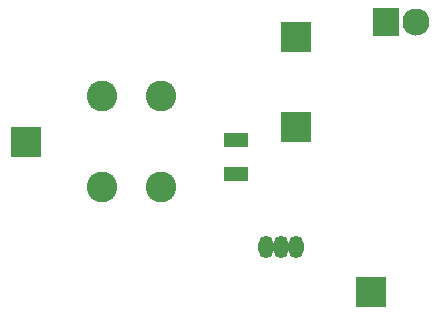
<source format=gbr>
G04 #@! TF.FileFunction,Soldermask,Top*
%FSLAX46Y46*%
G04 Gerber Fmt 4.6, Leading zero omitted, Abs format (unit mm)*
G04 Created by KiCad (PCBNEW 4.0.2-stable) date 2016 April 06, Wednesday 21:37:21*
%MOMM*%
G01*
G04 APERTURE LIST*
%ADD10C,0.100000*%
%ADD11R,2.300000X2.400000*%
%ADD12C,2.300000*%
%ADD13R,2.635200X2.635200*%
%ADD14O,1.299160X1.901140*%
%ADD15R,2.100000X1.300000*%
%ADD16C,2.599640*%
G04 APERTURE END LIST*
D10*
D11*
X170180000Y-96520000D03*
D12*
X172720000Y-96520000D03*
D13*
X162560000Y-97790000D03*
X162560000Y-105410000D03*
D14*
X161290000Y-115570000D03*
X162560000Y-115570000D03*
X160020000Y-115570000D03*
D15*
X157480000Y-106500000D03*
X157480000Y-109400000D03*
D16*
X146090640Y-110530640D03*
X151089360Y-110530640D03*
X151089360Y-102829360D03*
X146090640Y-102829360D03*
D13*
X139700000Y-106680000D03*
X168910000Y-119380000D03*
M02*

</source>
